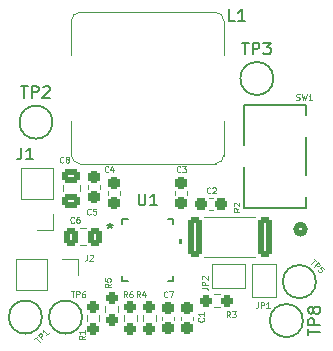
<source format=gto>
%TF.GenerationSoftware,KiCad,Pcbnew,7.0.5-0*%
%TF.CreationDate,2024-02-02T21:32:53-05:00*%
%TF.ProjectId,Cutdown_Test,43757464-6f77-46e5-9f54-6573742e6b69,rev?*%
%TF.SameCoordinates,Original*%
%TF.FileFunction,Legend,Top*%
%TF.FilePolarity,Positive*%
%FSLAX46Y46*%
G04 Gerber Fmt 4.6, Leading zero omitted, Abs format (unit mm)*
G04 Created by KiCad (PCBNEW 7.0.5-0) date 2024-02-02 21:32:53*
%MOMM*%
%LPD*%
G01*
G04 APERTURE LIST*
G04 Aperture macros list*
%AMRoundRect*
0 Rectangle with rounded corners*
0 $1 Rounding radius*
0 $2 $3 $4 $5 $6 $7 $8 $9 X,Y pos of 4 corners*
0 Add a 4 corners polygon primitive as box body*
4,1,4,$2,$3,$4,$5,$6,$7,$8,$9,$2,$3,0*
0 Add four circle primitives for the rounded corners*
1,1,$1+$1,$2,$3*
1,1,$1+$1,$4,$5*
1,1,$1+$1,$6,$7*
1,1,$1+$1,$8,$9*
0 Add four rect primitives between the rounded corners*
20,1,$1+$1,$2,$3,$4,$5,0*
20,1,$1+$1,$4,$5,$6,$7,0*
20,1,$1+$1,$6,$7,$8,$9,0*
20,1,$1+$1,$8,$9,$2,$3,0*%
%AMFreePoly0*
4,1,6,1.000000,0.000000,0.500000,-0.750000,-0.500000,-0.750000,-0.500000,0.750000,0.500000,0.750000,1.000000,0.000000,1.000000,0.000000,$1*%
%AMFreePoly1*
4,1,6,0.500000,-0.750000,-0.650000,-0.750000,-0.150000,0.000000,-0.650000,0.750000,0.500000,0.750000,0.500000,-0.750000,0.500000,-0.750000,$1*%
G04 Aperture macros list end*
%ADD10C,0.125000*%
%ADD11C,0.150000*%
%ADD12C,0.120000*%
%ADD13C,0.152400*%
%ADD14C,0.508000*%
%ADD15RoundRect,0.237500X-0.237500X0.300000X-0.237500X-0.300000X0.237500X-0.300000X0.237500X0.300000X0*%
%ADD16RoundRect,0.237500X-0.250000X-0.237500X0.250000X-0.237500X0.250000X0.237500X-0.250000X0.237500X0*%
%ADD17C,2.200000*%
%ADD18C,2.000000*%
%ADD19RoundRect,0.237500X0.237500X-0.300000X0.237500X0.300000X-0.237500X0.300000X-0.237500X-0.300000X0*%
%ADD20R,0.699999X0.230000*%
%ADD21R,0.230000X0.699999*%
%ADD22C,0.900000*%
%ADD23R,2.650000X3.650001*%
%ADD24RoundRect,0.250000X0.362500X1.425000X-0.362500X1.425000X-0.362500X-1.425000X0.362500X-1.425000X0*%
%ADD25RoundRect,0.250000X0.475000X-0.337500X0.475000X0.337500X-0.475000X0.337500X-0.475000X-0.337500X0*%
%ADD26RoundRect,0.250000X0.337500X0.475000X-0.337500X0.475000X-0.337500X-0.475000X0.337500X-0.475000X0*%
%ADD27R,1.700000X1.700000*%
%ADD28O,1.700000X1.700000*%
%ADD29RoundRect,0.237500X-0.237500X0.250000X-0.237500X-0.250000X0.237500X-0.250000X0.237500X0.250000X0*%
%ADD30RoundRect,0.237500X-0.300000X-0.237500X0.300000X-0.237500X0.300000X0.237500X-0.300000X0.237500X0*%
%ADD31C,0.889000*%
%ADD32R,1.397000X1.193800*%
%ADD33FreePoly0,90.000000*%
%ADD34FreePoly1,90.000000*%
%ADD35FreePoly0,0.000000*%
%ADD36FreePoly1,0.000000*%
%ADD37R,3.100000X5.000000*%
G04 APERTURE END LIST*
D10*
%TO.C,C1*%
X140477190Y-113583333D02*
X140501000Y-113607142D01*
X140501000Y-113607142D02*
X140524809Y-113678571D01*
X140524809Y-113678571D02*
X140524809Y-113726190D01*
X140524809Y-113726190D02*
X140501000Y-113797618D01*
X140501000Y-113797618D02*
X140453380Y-113845237D01*
X140453380Y-113845237D02*
X140405761Y-113869047D01*
X140405761Y-113869047D02*
X140310523Y-113892856D01*
X140310523Y-113892856D02*
X140239095Y-113892856D01*
X140239095Y-113892856D02*
X140143857Y-113869047D01*
X140143857Y-113869047D02*
X140096238Y-113845237D01*
X140096238Y-113845237D02*
X140048619Y-113797618D01*
X140048619Y-113797618D02*
X140024809Y-113726190D01*
X140024809Y-113726190D02*
X140024809Y-113678571D01*
X140024809Y-113678571D02*
X140048619Y-113607142D01*
X140048619Y-113607142D02*
X140072428Y-113583333D01*
X140524809Y-113107142D02*
X140524809Y-113392856D01*
X140524809Y-113249999D02*
X140024809Y-113249999D01*
X140024809Y-113249999D02*
X140096238Y-113297618D01*
X140096238Y-113297618D02*
X140143857Y-113345237D01*
X140143857Y-113345237D02*
X140167666Y-113392856D01*
%TO.C,R3*%
X142716666Y-113524809D02*
X142550000Y-113286714D01*
X142430952Y-113524809D02*
X142430952Y-113024809D01*
X142430952Y-113024809D02*
X142621428Y-113024809D01*
X142621428Y-113024809D02*
X142669047Y-113048619D01*
X142669047Y-113048619D02*
X142692857Y-113072428D01*
X142692857Y-113072428D02*
X142716666Y-113120047D01*
X142716666Y-113120047D02*
X142716666Y-113191476D01*
X142716666Y-113191476D02*
X142692857Y-113239095D01*
X142692857Y-113239095D02*
X142669047Y-113262904D01*
X142669047Y-113262904D02*
X142621428Y-113286714D01*
X142621428Y-113286714D02*
X142430952Y-113286714D01*
X142883333Y-113024809D02*
X143192857Y-113024809D01*
X143192857Y-113024809D02*
X143026190Y-113215285D01*
X143026190Y-113215285D02*
X143097619Y-113215285D01*
X143097619Y-113215285D02*
X143145238Y-113239095D01*
X143145238Y-113239095D02*
X143169047Y-113262904D01*
X143169047Y-113262904D02*
X143192857Y-113310523D01*
X143192857Y-113310523D02*
X143192857Y-113429571D01*
X143192857Y-113429571D02*
X143169047Y-113477190D01*
X143169047Y-113477190D02*
X143145238Y-113501000D01*
X143145238Y-113501000D02*
X143097619Y-113524809D01*
X143097619Y-113524809D02*
X142954762Y-113524809D01*
X142954762Y-113524809D02*
X142907143Y-113501000D01*
X142907143Y-113501000D02*
X142883333Y-113477190D01*
D11*
%TO.C,TP8*%
X149354819Y-115061904D02*
X149354819Y-114490476D01*
X150354819Y-114776190D02*
X149354819Y-114776190D01*
X150354819Y-114157142D02*
X149354819Y-114157142D01*
X149354819Y-114157142D02*
X149354819Y-113776190D01*
X149354819Y-113776190D02*
X149402438Y-113680952D01*
X149402438Y-113680952D02*
X149450057Y-113633333D01*
X149450057Y-113633333D02*
X149545295Y-113585714D01*
X149545295Y-113585714D02*
X149688152Y-113585714D01*
X149688152Y-113585714D02*
X149783390Y-113633333D01*
X149783390Y-113633333D02*
X149831009Y-113680952D01*
X149831009Y-113680952D02*
X149878628Y-113776190D01*
X149878628Y-113776190D02*
X149878628Y-114157142D01*
X149783390Y-113014285D02*
X149735771Y-113109523D01*
X149735771Y-113109523D02*
X149688152Y-113157142D01*
X149688152Y-113157142D02*
X149592914Y-113204761D01*
X149592914Y-113204761D02*
X149545295Y-113204761D01*
X149545295Y-113204761D02*
X149450057Y-113157142D01*
X149450057Y-113157142D02*
X149402438Y-113109523D01*
X149402438Y-113109523D02*
X149354819Y-113014285D01*
X149354819Y-113014285D02*
X149354819Y-112823809D01*
X149354819Y-112823809D02*
X149402438Y-112728571D01*
X149402438Y-112728571D02*
X149450057Y-112680952D01*
X149450057Y-112680952D02*
X149545295Y-112633333D01*
X149545295Y-112633333D02*
X149592914Y-112633333D01*
X149592914Y-112633333D02*
X149688152Y-112680952D01*
X149688152Y-112680952D02*
X149735771Y-112728571D01*
X149735771Y-112728571D02*
X149783390Y-112823809D01*
X149783390Y-112823809D02*
X149783390Y-113014285D01*
X149783390Y-113014285D02*
X149831009Y-113109523D01*
X149831009Y-113109523D02*
X149878628Y-113157142D01*
X149878628Y-113157142D02*
X149973866Y-113204761D01*
X149973866Y-113204761D02*
X150164342Y-113204761D01*
X150164342Y-113204761D02*
X150259580Y-113157142D01*
X150259580Y-113157142D02*
X150307200Y-113109523D01*
X150307200Y-113109523D02*
X150354819Y-113014285D01*
X150354819Y-113014285D02*
X150354819Y-112823809D01*
X150354819Y-112823809D02*
X150307200Y-112728571D01*
X150307200Y-112728571D02*
X150259580Y-112680952D01*
X150259580Y-112680952D02*
X150164342Y-112633333D01*
X150164342Y-112633333D02*
X149973866Y-112633333D01*
X149973866Y-112633333D02*
X149878628Y-112680952D01*
X149878628Y-112680952D02*
X149831009Y-112728571D01*
X149831009Y-112728571D02*
X149783390Y-112823809D01*
D10*
%TO.C,C4*%
X132416666Y-101177190D02*
X132392857Y-101201000D01*
X132392857Y-101201000D02*
X132321428Y-101224809D01*
X132321428Y-101224809D02*
X132273809Y-101224809D01*
X132273809Y-101224809D02*
X132202381Y-101201000D01*
X132202381Y-101201000D02*
X132154762Y-101153380D01*
X132154762Y-101153380D02*
X132130952Y-101105761D01*
X132130952Y-101105761D02*
X132107143Y-101010523D01*
X132107143Y-101010523D02*
X132107143Y-100939095D01*
X132107143Y-100939095D02*
X132130952Y-100843857D01*
X132130952Y-100843857D02*
X132154762Y-100796238D01*
X132154762Y-100796238D02*
X132202381Y-100748619D01*
X132202381Y-100748619D02*
X132273809Y-100724809D01*
X132273809Y-100724809D02*
X132321428Y-100724809D01*
X132321428Y-100724809D02*
X132392857Y-100748619D01*
X132392857Y-100748619D02*
X132416666Y-100772428D01*
X132845238Y-100891476D02*
X132845238Y-101224809D01*
X132726190Y-100701000D02*
X132607143Y-101058142D01*
X132607143Y-101058142D02*
X132916666Y-101058142D01*
D11*
%TO.C,U1*%
X134988095Y-103054819D02*
X134988095Y-103864342D01*
X134988095Y-103864342D02*
X135035714Y-103959580D01*
X135035714Y-103959580D02*
X135083333Y-104007200D01*
X135083333Y-104007200D02*
X135178571Y-104054819D01*
X135178571Y-104054819D02*
X135369047Y-104054819D01*
X135369047Y-104054819D02*
X135464285Y-104007200D01*
X135464285Y-104007200D02*
X135511904Y-103959580D01*
X135511904Y-103959580D02*
X135559523Y-103864342D01*
X135559523Y-103864342D02*
X135559523Y-103054819D01*
X136559523Y-104054819D02*
X135988095Y-104054819D01*
X136273809Y-104054819D02*
X136273809Y-103054819D01*
X136273809Y-103054819D02*
X136178571Y-103197676D01*
X136178571Y-103197676D02*
X136083333Y-103292914D01*
X136083333Y-103292914D02*
X135988095Y-103340533D01*
X132562601Y-105554819D02*
X132562601Y-105792914D01*
X132324506Y-105697676D02*
X132562601Y-105792914D01*
X132562601Y-105792914D02*
X132800696Y-105697676D01*
X132419744Y-105983390D02*
X132562601Y-105792914D01*
X132562601Y-105792914D02*
X132705458Y-105983390D01*
X132562601Y-105554819D02*
X132562601Y-105792914D01*
X132324506Y-105697676D02*
X132562601Y-105792914D01*
X132562601Y-105792914D02*
X132800696Y-105697676D01*
X132419744Y-105983390D02*
X132562601Y-105792914D01*
X132562601Y-105792914D02*
X132705458Y-105983390D01*
D10*
%TO.C,R2*%
X143524809Y-104283333D02*
X143286714Y-104449999D01*
X143524809Y-104569047D02*
X143024809Y-104569047D01*
X143024809Y-104569047D02*
X143024809Y-104378571D01*
X143024809Y-104378571D02*
X143048619Y-104330952D01*
X143048619Y-104330952D02*
X143072428Y-104307142D01*
X143072428Y-104307142D02*
X143120047Y-104283333D01*
X143120047Y-104283333D02*
X143191476Y-104283333D01*
X143191476Y-104283333D02*
X143239095Y-104307142D01*
X143239095Y-104307142D02*
X143262904Y-104330952D01*
X143262904Y-104330952D02*
X143286714Y-104378571D01*
X143286714Y-104378571D02*
X143286714Y-104569047D01*
X143072428Y-104092856D02*
X143048619Y-104069047D01*
X143048619Y-104069047D02*
X143024809Y-104021428D01*
X143024809Y-104021428D02*
X143024809Y-103902380D01*
X143024809Y-103902380D02*
X143048619Y-103854761D01*
X143048619Y-103854761D02*
X143072428Y-103830952D01*
X143072428Y-103830952D02*
X143120047Y-103807142D01*
X143120047Y-103807142D02*
X143167666Y-103807142D01*
X143167666Y-103807142D02*
X143239095Y-103830952D01*
X143239095Y-103830952D02*
X143524809Y-104116666D01*
X143524809Y-104116666D02*
X143524809Y-103807142D01*
%TO.C,C8*%
X128616666Y-100377190D02*
X128592857Y-100401000D01*
X128592857Y-100401000D02*
X128521428Y-100424809D01*
X128521428Y-100424809D02*
X128473809Y-100424809D01*
X128473809Y-100424809D02*
X128402381Y-100401000D01*
X128402381Y-100401000D02*
X128354762Y-100353380D01*
X128354762Y-100353380D02*
X128330952Y-100305761D01*
X128330952Y-100305761D02*
X128307143Y-100210523D01*
X128307143Y-100210523D02*
X128307143Y-100139095D01*
X128307143Y-100139095D02*
X128330952Y-100043857D01*
X128330952Y-100043857D02*
X128354762Y-99996238D01*
X128354762Y-99996238D02*
X128402381Y-99948619D01*
X128402381Y-99948619D02*
X128473809Y-99924809D01*
X128473809Y-99924809D02*
X128521428Y-99924809D01*
X128521428Y-99924809D02*
X128592857Y-99948619D01*
X128592857Y-99948619D02*
X128616666Y-99972428D01*
X128902381Y-100139095D02*
X128854762Y-100115285D01*
X128854762Y-100115285D02*
X128830952Y-100091476D01*
X128830952Y-100091476D02*
X128807143Y-100043857D01*
X128807143Y-100043857D02*
X128807143Y-100020047D01*
X128807143Y-100020047D02*
X128830952Y-99972428D01*
X128830952Y-99972428D02*
X128854762Y-99948619D01*
X128854762Y-99948619D02*
X128902381Y-99924809D01*
X128902381Y-99924809D02*
X128997619Y-99924809D01*
X128997619Y-99924809D02*
X129045238Y-99948619D01*
X129045238Y-99948619D02*
X129069047Y-99972428D01*
X129069047Y-99972428D02*
X129092857Y-100020047D01*
X129092857Y-100020047D02*
X129092857Y-100043857D01*
X129092857Y-100043857D02*
X129069047Y-100091476D01*
X129069047Y-100091476D02*
X129045238Y-100115285D01*
X129045238Y-100115285D02*
X128997619Y-100139095D01*
X128997619Y-100139095D02*
X128902381Y-100139095D01*
X128902381Y-100139095D02*
X128854762Y-100162904D01*
X128854762Y-100162904D02*
X128830952Y-100186714D01*
X128830952Y-100186714D02*
X128807143Y-100234333D01*
X128807143Y-100234333D02*
X128807143Y-100329571D01*
X128807143Y-100329571D02*
X128830952Y-100377190D01*
X128830952Y-100377190D02*
X128854762Y-100401000D01*
X128854762Y-100401000D02*
X128902381Y-100424809D01*
X128902381Y-100424809D02*
X128997619Y-100424809D01*
X128997619Y-100424809D02*
X129045238Y-100401000D01*
X129045238Y-100401000D02*
X129069047Y-100377190D01*
X129069047Y-100377190D02*
X129092857Y-100329571D01*
X129092857Y-100329571D02*
X129092857Y-100234333D01*
X129092857Y-100234333D02*
X129069047Y-100186714D01*
X129069047Y-100186714D02*
X129045238Y-100162904D01*
X129045238Y-100162904D02*
X128997619Y-100139095D01*
%TO.C,C6*%
X129516666Y-105477190D02*
X129492857Y-105501000D01*
X129492857Y-105501000D02*
X129421428Y-105524809D01*
X129421428Y-105524809D02*
X129373809Y-105524809D01*
X129373809Y-105524809D02*
X129302381Y-105501000D01*
X129302381Y-105501000D02*
X129254762Y-105453380D01*
X129254762Y-105453380D02*
X129230952Y-105405761D01*
X129230952Y-105405761D02*
X129207143Y-105310523D01*
X129207143Y-105310523D02*
X129207143Y-105239095D01*
X129207143Y-105239095D02*
X129230952Y-105143857D01*
X129230952Y-105143857D02*
X129254762Y-105096238D01*
X129254762Y-105096238D02*
X129302381Y-105048619D01*
X129302381Y-105048619D02*
X129373809Y-105024809D01*
X129373809Y-105024809D02*
X129421428Y-105024809D01*
X129421428Y-105024809D02*
X129492857Y-105048619D01*
X129492857Y-105048619D02*
X129516666Y-105072428D01*
X129945238Y-105024809D02*
X129850000Y-105024809D01*
X129850000Y-105024809D02*
X129802381Y-105048619D01*
X129802381Y-105048619D02*
X129778571Y-105072428D01*
X129778571Y-105072428D02*
X129730952Y-105143857D01*
X129730952Y-105143857D02*
X129707143Y-105239095D01*
X129707143Y-105239095D02*
X129707143Y-105429571D01*
X129707143Y-105429571D02*
X129730952Y-105477190D01*
X129730952Y-105477190D02*
X129754762Y-105501000D01*
X129754762Y-105501000D02*
X129802381Y-105524809D01*
X129802381Y-105524809D02*
X129897619Y-105524809D01*
X129897619Y-105524809D02*
X129945238Y-105501000D01*
X129945238Y-105501000D02*
X129969047Y-105477190D01*
X129969047Y-105477190D02*
X129992857Y-105429571D01*
X129992857Y-105429571D02*
X129992857Y-105310523D01*
X129992857Y-105310523D02*
X129969047Y-105262904D01*
X129969047Y-105262904D02*
X129945238Y-105239095D01*
X129945238Y-105239095D02*
X129897619Y-105215285D01*
X129897619Y-105215285D02*
X129802381Y-105215285D01*
X129802381Y-105215285D02*
X129754762Y-105239095D01*
X129754762Y-105239095D02*
X129730952Y-105262904D01*
X129730952Y-105262904D02*
X129707143Y-105310523D01*
%TO.C,J2*%
X130633333Y-108224809D02*
X130633333Y-108581952D01*
X130633333Y-108581952D02*
X130609524Y-108653380D01*
X130609524Y-108653380D02*
X130561905Y-108701000D01*
X130561905Y-108701000D02*
X130490476Y-108724809D01*
X130490476Y-108724809D02*
X130442857Y-108724809D01*
X130847619Y-108272428D02*
X130871428Y-108248619D01*
X130871428Y-108248619D02*
X130919047Y-108224809D01*
X130919047Y-108224809D02*
X131038095Y-108224809D01*
X131038095Y-108224809D02*
X131085714Y-108248619D01*
X131085714Y-108248619D02*
X131109523Y-108272428D01*
X131109523Y-108272428D02*
X131133333Y-108320047D01*
X131133333Y-108320047D02*
X131133333Y-108367666D01*
X131133333Y-108367666D02*
X131109523Y-108439095D01*
X131109523Y-108439095D02*
X130823809Y-108724809D01*
X130823809Y-108724809D02*
X131133333Y-108724809D01*
%TO.C,C3*%
X138516666Y-101177190D02*
X138492857Y-101201000D01*
X138492857Y-101201000D02*
X138421428Y-101224809D01*
X138421428Y-101224809D02*
X138373809Y-101224809D01*
X138373809Y-101224809D02*
X138302381Y-101201000D01*
X138302381Y-101201000D02*
X138254762Y-101153380D01*
X138254762Y-101153380D02*
X138230952Y-101105761D01*
X138230952Y-101105761D02*
X138207143Y-101010523D01*
X138207143Y-101010523D02*
X138207143Y-100939095D01*
X138207143Y-100939095D02*
X138230952Y-100843857D01*
X138230952Y-100843857D02*
X138254762Y-100796238D01*
X138254762Y-100796238D02*
X138302381Y-100748619D01*
X138302381Y-100748619D02*
X138373809Y-100724809D01*
X138373809Y-100724809D02*
X138421428Y-100724809D01*
X138421428Y-100724809D02*
X138492857Y-100748619D01*
X138492857Y-100748619D02*
X138516666Y-100772428D01*
X138683333Y-100724809D02*
X138992857Y-100724809D01*
X138992857Y-100724809D02*
X138826190Y-100915285D01*
X138826190Y-100915285D02*
X138897619Y-100915285D01*
X138897619Y-100915285D02*
X138945238Y-100939095D01*
X138945238Y-100939095D02*
X138969047Y-100962904D01*
X138969047Y-100962904D02*
X138992857Y-101010523D01*
X138992857Y-101010523D02*
X138992857Y-101129571D01*
X138992857Y-101129571D02*
X138969047Y-101177190D01*
X138969047Y-101177190D02*
X138945238Y-101201000D01*
X138945238Y-101201000D02*
X138897619Y-101224809D01*
X138897619Y-101224809D02*
X138754762Y-101224809D01*
X138754762Y-101224809D02*
X138707143Y-101201000D01*
X138707143Y-101201000D02*
X138683333Y-101177190D01*
%TO.C,TP6*%
X129269048Y-111324809D02*
X129554762Y-111324809D01*
X129411905Y-111824809D02*
X129411905Y-111324809D01*
X129721428Y-111824809D02*
X129721428Y-111324809D01*
X129721428Y-111324809D02*
X129911904Y-111324809D01*
X129911904Y-111324809D02*
X129959523Y-111348619D01*
X129959523Y-111348619D02*
X129983333Y-111372428D01*
X129983333Y-111372428D02*
X130007142Y-111420047D01*
X130007142Y-111420047D02*
X130007142Y-111491476D01*
X130007142Y-111491476D02*
X129983333Y-111539095D01*
X129983333Y-111539095D02*
X129959523Y-111562904D01*
X129959523Y-111562904D02*
X129911904Y-111586714D01*
X129911904Y-111586714D02*
X129721428Y-111586714D01*
X130435714Y-111324809D02*
X130340476Y-111324809D01*
X130340476Y-111324809D02*
X130292857Y-111348619D01*
X130292857Y-111348619D02*
X130269047Y-111372428D01*
X130269047Y-111372428D02*
X130221428Y-111443857D01*
X130221428Y-111443857D02*
X130197619Y-111539095D01*
X130197619Y-111539095D02*
X130197619Y-111729571D01*
X130197619Y-111729571D02*
X130221428Y-111777190D01*
X130221428Y-111777190D02*
X130245238Y-111801000D01*
X130245238Y-111801000D02*
X130292857Y-111824809D01*
X130292857Y-111824809D02*
X130388095Y-111824809D01*
X130388095Y-111824809D02*
X130435714Y-111801000D01*
X130435714Y-111801000D02*
X130459523Y-111777190D01*
X130459523Y-111777190D02*
X130483333Y-111729571D01*
X130483333Y-111729571D02*
X130483333Y-111610523D01*
X130483333Y-111610523D02*
X130459523Y-111562904D01*
X130459523Y-111562904D02*
X130435714Y-111539095D01*
X130435714Y-111539095D02*
X130388095Y-111515285D01*
X130388095Y-111515285D02*
X130292857Y-111515285D01*
X130292857Y-111515285D02*
X130245238Y-111539095D01*
X130245238Y-111539095D02*
X130221428Y-111562904D01*
X130221428Y-111562904D02*
X130197619Y-111610523D01*
%TO.C,C7*%
X137416666Y-111777190D02*
X137392857Y-111801000D01*
X137392857Y-111801000D02*
X137321428Y-111824809D01*
X137321428Y-111824809D02*
X137273809Y-111824809D01*
X137273809Y-111824809D02*
X137202381Y-111801000D01*
X137202381Y-111801000D02*
X137154762Y-111753380D01*
X137154762Y-111753380D02*
X137130952Y-111705761D01*
X137130952Y-111705761D02*
X137107143Y-111610523D01*
X137107143Y-111610523D02*
X137107143Y-111539095D01*
X137107143Y-111539095D02*
X137130952Y-111443857D01*
X137130952Y-111443857D02*
X137154762Y-111396238D01*
X137154762Y-111396238D02*
X137202381Y-111348619D01*
X137202381Y-111348619D02*
X137273809Y-111324809D01*
X137273809Y-111324809D02*
X137321428Y-111324809D01*
X137321428Y-111324809D02*
X137392857Y-111348619D01*
X137392857Y-111348619D02*
X137416666Y-111372428D01*
X137583333Y-111324809D02*
X137916666Y-111324809D01*
X137916666Y-111324809D02*
X137702381Y-111824809D01*
%TO.C,R5*%
X132624809Y-110683333D02*
X132386714Y-110849999D01*
X132624809Y-110969047D02*
X132124809Y-110969047D01*
X132124809Y-110969047D02*
X132124809Y-110778571D01*
X132124809Y-110778571D02*
X132148619Y-110730952D01*
X132148619Y-110730952D02*
X132172428Y-110707142D01*
X132172428Y-110707142D02*
X132220047Y-110683333D01*
X132220047Y-110683333D02*
X132291476Y-110683333D01*
X132291476Y-110683333D02*
X132339095Y-110707142D01*
X132339095Y-110707142D02*
X132362904Y-110730952D01*
X132362904Y-110730952D02*
X132386714Y-110778571D01*
X132386714Y-110778571D02*
X132386714Y-110969047D01*
X132124809Y-110230952D02*
X132124809Y-110469047D01*
X132124809Y-110469047D02*
X132362904Y-110492856D01*
X132362904Y-110492856D02*
X132339095Y-110469047D01*
X132339095Y-110469047D02*
X132315285Y-110421428D01*
X132315285Y-110421428D02*
X132315285Y-110302380D01*
X132315285Y-110302380D02*
X132339095Y-110254761D01*
X132339095Y-110254761D02*
X132362904Y-110230952D01*
X132362904Y-110230952D02*
X132410523Y-110207142D01*
X132410523Y-110207142D02*
X132529571Y-110207142D01*
X132529571Y-110207142D02*
X132577190Y-110230952D01*
X132577190Y-110230952D02*
X132601000Y-110254761D01*
X132601000Y-110254761D02*
X132624809Y-110302380D01*
X132624809Y-110302380D02*
X132624809Y-110421428D01*
X132624809Y-110421428D02*
X132601000Y-110469047D01*
X132601000Y-110469047D02*
X132577190Y-110492856D01*
%TO.C,C5*%
X130916666Y-104777190D02*
X130892857Y-104801000D01*
X130892857Y-104801000D02*
X130821428Y-104824809D01*
X130821428Y-104824809D02*
X130773809Y-104824809D01*
X130773809Y-104824809D02*
X130702381Y-104801000D01*
X130702381Y-104801000D02*
X130654762Y-104753380D01*
X130654762Y-104753380D02*
X130630952Y-104705761D01*
X130630952Y-104705761D02*
X130607143Y-104610523D01*
X130607143Y-104610523D02*
X130607143Y-104539095D01*
X130607143Y-104539095D02*
X130630952Y-104443857D01*
X130630952Y-104443857D02*
X130654762Y-104396238D01*
X130654762Y-104396238D02*
X130702381Y-104348619D01*
X130702381Y-104348619D02*
X130773809Y-104324809D01*
X130773809Y-104324809D02*
X130821428Y-104324809D01*
X130821428Y-104324809D02*
X130892857Y-104348619D01*
X130892857Y-104348619D02*
X130916666Y-104372428D01*
X131369047Y-104324809D02*
X131130952Y-104324809D01*
X131130952Y-104324809D02*
X131107143Y-104562904D01*
X131107143Y-104562904D02*
X131130952Y-104539095D01*
X131130952Y-104539095D02*
X131178571Y-104515285D01*
X131178571Y-104515285D02*
X131297619Y-104515285D01*
X131297619Y-104515285D02*
X131345238Y-104539095D01*
X131345238Y-104539095D02*
X131369047Y-104562904D01*
X131369047Y-104562904D02*
X131392857Y-104610523D01*
X131392857Y-104610523D02*
X131392857Y-104729571D01*
X131392857Y-104729571D02*
X131369047Y-104777190D01*
X131369047Y-104777190D02*
X131345238Y-104801000D01*
X131345238Y-104801000D02*
X131297619Y-104824809D01*
X131297619Y-104824809D02*
X131178571Y-104824809D01*
X131178571Y-104824809D02*
X131130952Y-104801000D01*
X131130952Y-104801000D02*
X131107143Y-104777190D01*
%TO.C,R1*%
X130424809Y-115083333D02*
X130186714Y-115249999D01*
X130424809Y-115369047D02*
X129924809Y-115369047D01*
X129924809Y-115369047D02*
X129924809Y-115178571D01*
X129924809Y-115178571D02*
X129948619Y-115130952D01*
X129948619Y-115130952D02*
X129972428Y-115107142D01*
X129972428Y-115107142D02*
X130020047Y-115083333D01*
X130020047Y-115083333D02*
X130091476Y-115083333D01*
X130091476Y-115083333D02*
X130139095Y-115107142D01*
X130139095Y-115107142D02*
X130162904Y-115130952D01*
X130162904Y-115130952D02*
X130186714Y-115178571D01*
X130186714Y-115178571D02*
X130186714Y-115369047D01*
X130424809Y-114607142D02*
X130424809Y-114892856D01*
X130424809Y-114749999D02*
X129924809Y-114749999D01*
X129924809Y-114749999D02*
X129996238Y-114797618D01*
X129996238Y-114797618D02*
X130043857Y-114845237D01*
X130043857Y-114845237D02*
X130067666Y-114892856D01*
%TO.C,C2*%
X141054166Y-102977190D02*
X141030357Y-103001000D01*
X141030357Y-103001000D02*
X140958928Y-103024809D01*
X140958928Y-103024809D02*
X140911309Y-103024809D01*
X140911309Y-103024809D02*
X140839881Y-103001000D01*
X140839881Y-103001000D02*
X140792262Y-102953380D01*
X140792262Y-102953380D02*
X140768452Y-102905761D01*
X140768452Y-102905761D02*
X140744643Y-102810523D01*
X140744643Y-102810523D02*
X140744643Y-102739095D01*
X140744643Y-102739095D02*
X140768452Y-102643857D01*
X140768452Y-102643857D02*
X140792262Y-102596238D01*
X140792262Y-102596238D02*
X140839881Y-102548619D01*
X140839881Y-102548619D02*
X140911309Y-102524809D01*
X140911309Y-102524809D02*
X140958928Y-102524809D01*
X140958928Y-102524809D02*
X141030357Y-102548619D01*
X141030357Y-102548619D02*
X141054166Y-102572428D01*
X141244643Y-102572428D02*
X141268452Y-102548619D01*
X141268452Y-102548619D02*
X141316071Y-102524809D01*
X141316071Y-102524809D02*
X141435119Y-102524809D01*
X141435119Y-102524809D02*
X141482738Y-102548619D01*
X141482738Y-102548619D02*
X141506547Y-102572428D01*
X141506547Y-102572428D02*
X141530357Y-102620047D01*
X141530357Y-102620047D02*
X141530357Y-102667666D01*
X141530357Y-102667666D02*
X141506547Y-102739095D01*
X141506547Y-102739095D02*
X141220833Y-103024809D01*
X141220833Y-103024809D02*
X141530357Y-103024809D01*
%TO.C,R6*%
X134016666Y-111824809D02*
X133850000Y-111586714D01*
X133730952Y-111824809D02*
X133730952Y-111324809D01*
X133730952Y-111324809D02*
X133921428Y-111324809D01*
X133921428Y-111324809D02*
X133969047Y-111348619D01*
X133969047Y-111348619D02*
X133992857Y-111372428D01*
X133992857Y-111372428D02*
X134016666Y-111420047D01*
X134016666Y-111420047D02*
X134016666Y-111491476D01*
X134016666Y-111491476D02*
X133992857Y-111539095D01*
X133992857Y-111539095D02*
X133969047Y-111562904D01*
X133969047Y-111562904D02*
X133921428Y-111586714D01*
X133921428Y-111586714D02*
X133730952Y-111586714D01*
X134445238Y-111324809D02*
X134350000Y-111324809D01*
X134350000Y-111324809D02*
X134302381Y-111348619D01*
X134302381Y-111348619D02*
X134278571Y-111372428D01*
X134278571Y-111372428D02*
X134230952Y-111443857D01*
X134230952Y-111443857D02*
X134207143Y-111539095D01*
X134207143Y-111539095D02*
X134207143Y-111729571D01*
X134207143Y-111729571D02*
X134230952Y-111777190D01*
X134230952Y-111777190D02*
X134254762Y-111801000D01*
X134254762Y-111801000D02*
X134302381Y-111824809D01*
X134302381Y-111824809D02*
X134397619Y-111824809D01*
X134397619Y-111824809D02*
X134445238Y-111801000D01*
X134445238Y-111801000D02*
X134469047Y-111777190D01*
X134469047Y-111777190D02*
X134492857Y-111729571D01*
X134492857Y-111729571D02*
X134492857Y-111610523D01*
X134492857Y-111610523D02*
X134469047Y-111562904D01*
X134469047Y-111562904D02*
X134445238Y-111539095D01*
X134445238Y-111539095D02*
X134397619Y-111515285D01*
X134397619Y-111515285D02*
X134302381Y-111515285D01*
X134302381Y-111515285D02*
X134254762Y-111539095D01*
X134254762Y-111539095D02*
X134230952Y-111562904D01*
X134230952Y-111562904D02*
X134207143Y-111610523D01*
%TO.C,SW1*%
X148333334Y-95101000D02*
X148404762Y-95124809D01*
X148404762Y-95124809D02*
X148523810Y-95124809D01*
X148523810Y-95124809D02*
X148571429Y-95101000D01*
X148571429Y-95101000D02*
X148595238Y-95077190D01*
X148595238Y-95077190D02*
X148619048Y-95029571D01*
X148619048Y-95029571D02*
X148619048Y-94981952D01*
X148619048Y-94981952D02*
X148595238Y-94934333D01*
X148595238Y-94934333D02*
X148571429Y-94910523D01*
X148571429Y-94910523D02*
X148523810Y-94886714D01*
X148523810Y-94886714D02*
X148428572Y-94862904D01*
X148428572Y-94862904D02*
X148380953Y-94839095D01*
X148380953Y-94839095D02*
X148357143Y-94815285D01*
X148357143Y-94815285D02*
X148333334Y-94767666D01*
X148333334Y-94767666D02*
X148333334Y-94720047D01*
X148333334Y-94720047D02*
X148357143Y-94672428D01*
X148357143Y-94672428D02*
X148380953Y-94648619D01*
X148380953Y-94648619D02*
X148428572Y-94624809D01*
X148428572Y-94624809D02*
X148547619Y-94624809D01*
X148547619Y-94624809D02*
X148619048Y-94648619D01*
X148785714Y-94624809D02*
X148904762Y-95124809D01*
X148904762Y-95124809D02*
X149000000Y-94767666D01*
X149000000Y-94767666D02*
X149095238Y-95124809D01*
X149095238Y-95124809D02*
X149214286Y-94624809D01*
X149666667Y-95124809D02*
X149380953Y-95124809D01*
X149523810Y-95124809D02*
X149523810Y-94624809D01*
X149523810Y-94624809D02*
X149476191Y-94696238D01*
X149476191Y-94696238D02*
X149428572Y-94743857D01*
X149428572Y-94743857D02*
X149380953Y-94767666D01*
%TO.C,JP1*%
X145083333Y-112224809D02*
X145083333Y-112581952D01*
X145083333Y-112581952D02*
X145059524Y-112653380D01*
X145059524Y-112653380D02*
X145011905Y-112701000D01*
X145011905Y-112701000D02*
X144940476Y-112724809D01*
X144940476Y-112724809D02*
X144892857Y-112724809D01*
X145321428Y-112724809D02*
X145321428Y-112224809D01*
X145321428Y-112224809D02*
X145511904Y-112224809D01*
X145511904Y-112224809D02*
X145559523Y-112248619D01*
X145559523Y-112248619D02*
X145583333Y-112272428D01*
X145583333Y-112272428D02*
X145607142Y-112320047D01*
X145607142Y-112320047D02*
X145607142Y-112391476D01*
X145607142Y-112391476D02*
X145583333Y-112439095D01*
X145583333Y-112439095D02*
X145559523Y-112462904D01*
X145559523Y-112462904D02*
X145511904Y-112486714D01*
X145511904Y-112486714D02*
X145321428Y-112486714D01*
X146083333Y-112724809D02*
X145797619Y-112724809D01*
X145940476Y-112724809D02*
X145940476Y-112224809D01*
X145940476Y-112224809D02*
X145892857Y-112296238D01*
X145892857Y-112296238D02*
X145845238Y-112343857D01*
X145845238Y-112343857D02*
X145797619Y-112367666D01*
%TO.C,TP5*%
X149848438Y-108559260D02*
X150050469Y-108761291D01*
X149595900Y-109013829D02*
X149949453Y-108660275D01*
X149814766Y-109232695D02*
X150168320Y-108879141D01*
X150168320Y-108879141D02*
X150303007Y-109013828D01*
X150303007Y-109013828D02*
X150319842Y-109064336D01*
X150319842Y-109064336D02*
X150319842Y-109098008D01*
X150319842Y-109098008D02*
X150303007Y-109148515D01*
X150303007Y-109148515D02*
X150252499Y-109199023D01*
X150252499Y-109199023D02*
X150201991Y-109215859D01*
X150201991Y-109215859D02*
X150168320Y-109215859D01*
X150168320Y-109215859D02*
X150117812Y-109199023D01*
X150117812Y-109199023D02*
X149983125Y-109064336D01*
X150690232Y-109401054D02*
X150521873Y-109232695D01*
X150521873Y-109232695D02*
X150336678Y-109384218D01*
X150336678Y-109384218D02*
X150370350Y-109384218D01*
X150370350Y-109384218D02*
X150420858Y-109401054D01*
X150420858Y-109401054D02*
X150505037Y-109485233D01*
X150505037Y-109485233D02*
X150521873Y-109535741D01*
X150521873Y-109535741D02*
X150521873Y-109569412D01*
X150521873Y-109569412D02*
X150505037Y-109619920D01*
X150505037Y-109619920D02*
X150420858Y-109704099D01*
X150420858Y-109704099D02*
X150370350Y-109720935D01*
X150370350Y-109720935D02*
X150336678Y-109720935D01*
X150336678Y-109720935D02*
X150286171Y-109704099D01*
X150286171Y-109704099D02*
X150201991Y-109619920D01*
X150201991Y-109619920D02*
X150185155Y-109569412D01*
X150185155Y-109569412D02*
X150185155Y-109535741D01*
%TO.C,JP2*%
X140324809Y-111016666D02*
X140681952Y-111016666D01*
X140681952Y-111016666D02*
X140753380Y-111040475D01*
X140753380Y-111040475D02*
X140801000Y-111088094D01*
X140801000Y-111088094D02*
X140824809Y-111159523D01*
X140824809Y-111159523D02*
X140824809Y-111207142D01*
X140824809Y-110778571D02*
X140324809Y-110778571D01*
X140324809Y-110778571D02*
X140324809Y-110588095D01*
X140324809Y-110588095D02*
X140348619Y-110540476D01*
X140348619Y-110540476D02*
X140372428Y-110516666D01*
X140372428Y-110516666D02*
X140420047Y-110492857D01*
X140420047Y-110492857D02*
X140491476Y-110492857D01*
X140491476Y-110492857D02*
X140539095Y-110516666D01*
X140539095Y-110516666D02*
X140562904Y-110540476D01*
X140562904Y-110540476D02*
X140586714Y-110588095D01*
X140586714Y-110588095D02*
X140586714Y-110778571D01*
X140372428Y-110302380D02*
X140348619Y-110278571D01*
X140348619Y-110278571D02*
X140324809Y-110230952D01*
X140324809Y-110230952D02*
X140324809Y-110111904D01*
X140324809Y-110111904D02*
X140348619Y-110064285D01*
X140348619Y-110064285D02*
X140372428Y-110040476D01*
X140372428Y-110040476D02*
X140420047Y-110016666D01*
X140420047Y-110016666D02*
X140467666Y-110016666D01*
X140467666Y-110016666D02*
X140539095Y-110040476D01*
X140539095Y-110040476D02*
X140824809Y-110326190D01*
X140824809Y-110326190D02*
X140824809Y-110016666D01*
D11*
%TO.C,J1*%
X125066666Y-99154819D02*
X125066666Y-99869104D01*
X125066666Y-99869104D02*
X125019047Y-100011961D01*
X125019047Y-100011961D02*
X124923809Y-100107200D01*
X124923809Y-100107200D02*
X124780952Y-100154819D01*
X124780952Y-100154819D02*
X124685714Y-100154819D01*
X126066666Y-100154819D02*
X125495238Y-100154819D01*
X125780952Y-100154819D02*
X125780952Y-99154819D01*
X125780952Y-99154819D02*
X125685714Y-99297676D01*
X125685714Y-99297676D02*
X125590476Y-99392914D01*
X125590476Y-99392914D02*
X125495238Y-99440533D01*
%TO.C,TP2*%
X125038095Y-93954819D02*
X125609523Y-93954819D01*
X125323809Y-94954819D02*
X125323809Y-93954819D01*
X125942857Y-94954819D02*
X125942857Y-93954819D01*
X125942857Y-93954819D02*
X126323809Y-93954819D01*
X126323809Y-93954819D02*
X126419047Y-94002438D01*
X126419047Y-94002438D02*
X126466666Y-94050057D01*
X126466666Y-94050057D02*
X126514285Y-94145295D01*
X126514285Y-94145295D02*
X126514285Y-94288152D01*
X126514285Y-94288152D02*
X126466666Y-94383390D01*
X126466666Y-94383390D02*
X126419047Y-94431009D01*
X126419047Y-94431009D02*
X126323809Y-94478628D01*
X126323809Y-94478628D02*
X125942857Y-94478628D01*
X126895238Y-94050057D02*
X126942857Y-94002438D01*
X126942857Y-94002438D02*
X127038095Y-93954819D01*
X127038095Y-93954819D02*
X127276190Y-93954819D01*
X127276190Y-93954819D02*
X127371428Y-94002438D01*
X127371428Y-94002438D02*
X127419047Y-94050057D01*
X127419047Y-94050057D02*
X127466666Y-94145295D01*
X127466666Y-94145295D02*
X127466666Y-94240533D01*
X127466666Y-94240533D02*
X127419047Y-94383390D01*
X127419047Y-94383390D02*
X126847619Y-94954819D01*
X126847619Y-94954819D02*
X127466666Y-94954819D01*
%TO.C,TP3*%
X143738095Y-90254819D02*
X144309523Y-90254819D01*
X144023809Y-91254819D02*
X144023809Y-90254819D01*
X144642857Y-91254819D02*
X144642857Y-90254819D01*
X144642857Y-90254819D02*
X145023809Y-90254819D01*
X145023809Y-90254819D02*
X145119047Y-90302438D01*
X145119047Y-90302438D02*
X145166666Y-90350057D01*
X145166666Y-90350057D02*
X145214285Y-90445295D01*
X145214285Y-90445295D02*
X145214285Y-90588152D01*
X145214285Y-90588152D02*
X145166666Y-90683390D01*
X145166666Y-90683390D02*
X145119047Y-90731009D01*
X145119047Y-90731009D02*
X145023809Y-90778628D01*
X145023809Y-90778628D02*
X144642857Y-90778628D01*
X145547619Y-90254819D02*
X146166666Y-90254819D01*
X146166666Y-90254819D02*
X145833333Y-90635771D01*
X145833333Y-90635771D02*
X145976190Y-90635771D01*
X145976190Y-90635771D02*
X146071428Y-90683390D01*
X146071428Y-90683390D02*
X146119047Y-90731009D01*
X146119047Y-90731009D02*
X146166666Y-90826247D01*
X146166666Y-90826247D02*
X146166666Y-91064342D01*
X146166666Y-91064342D02*
X146119047Y-91159580D01*
X146119047Y-91159580D02*
X146071428Y-91207200D01*
X146071428Y-91207200D02*
X145976190Y-91254819D01*
X145976190Y-91254819D02*
X145690476Y-91254819D01*
X145690476Y-91254819D02*
X145595238Y-91207200D01*
X145595238Y-91207200D02*
X145547619Y-91159580D01*
D10*
%TO.C,TP1*%
X126159260Y-115351561D02*
X126361291Y-115149530D01*
X126613829Y-115604099D02*
X126260275Y-115250546D01*
X126832695Y-115385233D02*
X126479141Y-115031679D01*
X126479141Y-115031679D02*
X126613828Y-114896992D01*
X126613828Y-114896992D02*
X126664336Y-114880157D01*
X126664336Y-114880157D02*
X126698008Y-114880157D01*
X126698008Y-114880157D02*
X126748515Y-114896992D01*
X126748515Y-114896992D02*
X126799023Y-114947500D01*
X126799023Y-114947500D02*
X126815859Y-114998008D01*
X126815859Y-114998008D02*
X126815859Y-115031679D01*
X126815859Y-115031679D02*
X126799023Y-115082187D01*
X126799023Y-115082187D02*
X126664336Y-115216874D01*
X127371443Y-114846485D02*
X127169412Y-115048515D01*
X127270428Y-114947500D02*
X126916874Y-114593947D01*
X126916874Y-114593947D02*
X126933710Y-114678126D01*
X126933710Y-114678126D02*
X126933710Y-114745470D01*
X126933710Y-114745470D02*
X126916874Y-114795977D01*
D11*
%TO.C,L1*%
X143133333Y-88454819D02*
X142657143Y-88454819D01*
X142657143Y-88454819D02*
X142657143Y-87454819D01*
X143990476Y-88454819D02*
X143419048Y-88454819D01*
X143704762Y-88454819D02*
X143704762Y-87454819D01*
X143704762Y-87454819D02*
X143609524Y-87597676D01*
X143609524Y-87597676D02*
X143514286Y-87692914D01*
X143514286Y-87692914D02*
X143419048Y-87740533D01*
D10*
%TO.C,R4*%
X135116666Y-111824809D02*
X134950000Y-111586714D01*
X134830952Y-111824809D02*
X134830952Y-111324809D01*
X134830952Y-111324809D02*
X135021428Y-111324809D01*
X135021428Y-111324809D02*
X135069047Y-111348619D01*
X135069047Y-111348619D02*
X135092857Y-111372428D01*
X135092857Y-111372428D02*
X135116666Y-111420047D01*
X135116666Y-111420047D02*
X135116666Y-111491476D01*
X135116666Y-111491476D02*
X135092857Y-111539095D01*
X135092857Y-111539095D02*
X135069047Y-111562904D01*
X135069047Y-111562904D02*
X135021428Y-111586714D01*
X135021428Y-111586714D02*
X134830952Y-111586714D01*
X135545238Y-111491476D02*
X135545238Y-111824809D01*
X135426190Y-111301000D02*
X135307143Y-111658142D01*
X135307143Y-111658142D02*
X135616666Y-111658142D01*
D12*
%TO.C,C1*%
X139610000Y-113453733D02*
X139610000Y-113746267D01*
X138590000Y-113453733D02*
X138590000Y-113746267D01*
%TO.C,R3*%
X141345276Y-111577500D02*
X141854724Y-111577500D01*
X141345276Y-112622500D02*
X141854724Y-112622500D01*
D11*
%TO.C,TP8*%
X148900000Y-113800000D02*
G75*
G03*
X148900000Y-113800000I-1400000J0D01*
G01*
D12*
%TO.C,C4*%
X132390000Y-103146267D02*
X132390000Y-102853733D01*
X133410000Y-103146267D02*
X133410000Y-102853733D01*
D13*
%TO.C,U1*%
X133623000Y-105223000D02*
X133623000Y-105652261D01*
X133623000Y-110047739D02*
X133623000Y-110477000D01*
X133623000Y-110477000D02*
X134052260Y-110477000D01*
X134052260Y-105223000D02*
X133623000Y-105223000D01*
X137447740Y-110477000D02*
X137877000Y-110477000D01*
X137877000Y-105223000D02*
X137447740Y-105223000D01*
X137877000Y-105652261D02*
X137877000Y-105223000D01*
X137877000Y-110477000D02*
X137877000Y-110047739D01*
G36*
X138658000Y-107290499D02*
G01*
X138404000Y-107290499D01*
X138404000Y-106909499D01*
X138658000Y-106909499D01*
X138658000Y-107290499D01*
G37*
D12*
%TO.C,R2*%
X144877064Y-108410000D02*
X140522936Y-108410000D01*
X144877064Y-104990000D02*
X140522936Y-104990000D01*
%TO.C,C8*%
X128565000Y-102861252D02*
X128565000Y-102338748D01*
X130035000Y-102861252D02*
X130035000Y-102338748D01*
%TO.C,C6*%
X130561252Y-107435000D02*
X130038748Y-107435000D01*
X130561252Y-105965000D02*
X130038748Y-105965000D01*
%TO.C,J2*%
X129830000Y-108570000D02*
X129830000Y-109900000D01*
X128500000Y-108570000D02*
X129830000Y-108570000D01*
X127230000Y-108570000D02*
X124630000Y-108570000D01*
X127230000Y-108570000D02*
X127230000Y-111230000D01*
X124630000Y-108570000D02*
X124630000Y-111230000D01*
X127230000Y-111230000D02*
X124630000Y-111230000D01*
%TO.C,C3*%
X138090000Y-103146267D02*
X138090000Y-102853733D01*
X139110000Y-103146267D02*
X139110000Y-102853733D01*
D11*
%TO.C,TP6*%
X130200000Y-113500000D02*
G75*
G03*
X130200000Y-113500000I-1400000J0D01*
G01*
D12*
%TO.C,C7*%
X136990000Y-113746267D02*
X136990000Y-113453733D01*
X138010000Y-113746267D02*
X138010000Y-113453733D01*
%TO.C,R5*%
X133222500Y-112545276D02*
X133222500Y-113054724D01*
X132177500Y-112545276D02*
X132177500Y-113054724D01*
%TO.C,C5*%
X130690000Y-102646267D02*
X130690000Y-102353733D01*
X131710000Y-102646267D02*
X131710000Y-102353733D01*
%TO.C,R1*%
X131622500Y-113345276D02*
X131622500Y-113854724D01*
X130577500Y-113345276D02*
X130577500Y-113854724D01*
%TO.C,C2*%
X140991233Y-103390000D02*
X141283767Y-103390000D01*
X140991233Y-104410000D02*
X141283767Y-104410000D01*
%TO.C,R6*%
X134822500Y-113345276D02*
X134822500Y-113854724D01*
X133777500Y-113345276D02*
X133777500Y-113854724D01*
D13*
%TO.C,SW1*%
X143871100Y-104281500D02*
X149128900Y-104281500D01*
X149128900Y-104281500D02*
X149128900Y-103369640D01*
X149128900Y-101510360D02*
X149128900Y-98289640D01*
X143871100Y-100829640D02*
X143871100Y-104281500D01*
X149128900Y-96430360D02*
X149128900Y-95518500D01*
X143871100Y-95518500D02*
X143871100Y-98970360D01*
X149128900Y-95518500D02*
X143871100Y-95518500D01*
D14*
X149079101Y-106059500D02*
G75*
G03*
X149079101Y-106059500I-381000J0D01*
G01*
D12*
%TO.C,JP1*%
X144600000Y-111800000D02*
X144600000Y-109000000D01*
X146600000Y-111800000D02*
X144600000Y-111800000D01*
X144600000Y-109000000D02*
X146600000Y-109000000D01*
X146600000Y-109000000D02*
X146600000Y-111800000D01*
D11*
%TO.C,TP5*%
X150000000Y-110500000D02*
G75*
G03*
X150000000Y-110500000I-1400000J0D01*
G01*
D12*
%TO.C,JP2*%
X141200000Y-109000000D02*
X144000000Y-109000000D01*
X141200000Y-111000000D02*
X141200000Y-109000000D01*
X144000000Y-109000000D02*
X144000000Y-111000000D01*
X144000000Y-111000000D02*
X141200000Y-111000000D01*
%TO.C,J1*%
X127730000Y-106105000D02*
X126400000Y-106105000D01*
X127730000Y-104775000D02*
X127730000Y-106105000D01*
X127730000Y-103505000D02*
X127730000Y-100905000D01*
X127730000Y-103505000D02*
X125070000Y-103505000D01*
X127730000Y-100905000D02*
X125070000Y-100905000D01*
X125070000Y-103505000D02*
X125070000Y-100905000D01*
D11*
%TO.C,TP2*%
X127700000Y-97000000D02*
G75*
G03*
X127700000Y-97000000I-1400000J0D01*
G01*
%TO.C,TP3*%
X146400000Y-93300000D02*
G75*
G03*
X146400000Y-93300000I-1400000J0D01*
G01*
%TO.C,TP1*%
X126800000Y-113500000D02*
G75*
G03*
X126800000Y-113500000I-1400000J0D01*
G01*
D12*
%TO.C,L1*%
X142200000Y-99850000D02*
X142200000Y-96900000D01*
X142200000Y-91300000D02*
X142200000Y-88400000D01*
X141500000Y-100500000D02*
X130000000Y-100500000D01*
X130000000Y-87700000D02*
X141500000Y-87700000D01*
X129300000Y-99800000D02*
X129300000Y-96900000D01*
X129300000Y-91300000D02*
X129300000Y-88400000D01*
X141500000Y-100500000D02*
G75*
G03*
X142200000Y-99800000I1J699999D01*
G01*
X142200000Y-88400000D02*
G75*
G03*
X141500000Y-87700000I-699999J1D01*
G01*
X129300000Y-99800000D02*
G75*
G03*
X130000000Y-100500000I700000J0D01*
G01*
X130000000Y-87700000D02*
G75*
G03*
X129300000Y-88400000I0J-700000D01*
G01*
%TO.C,R4*%
X136422500Y-113345276D02*
X136422500Y-113854724D01*
X135377500Y-113345276D02*
X135377500Y-113854724D01*
%TD*%
%LPC*%
D15*
%TO.C,C1*%
X139100000Y-112737500D03*
X139100000Y-114462500D03*
%TD*%
D16*
%TO.C,R3*%
X140687500Y-112100000D03*
X142512500Y-112100000D03*
%TD*%
D17*
%TO.C,H1*%
X126300000Y-89700000D03*
%TD*%
D18*
%TO.C,TP8*%
X147500000Y-113800000D03*
%TD*%
D17*
%TO.C,H4*%
X148200000Y-118200000D03*
%TD*%
D19*
%TO.C,C4*%
X132900000Y-103862500D03*
X132900000Y-102137500D03*
%TD*%
D20*
%TO.C,U1*%
X133700002Y-106100001D03*
X133700002Y-106600000D03*
X133700002Y-107099999D03*
X133700002Y-107600000D03*
X133700002Y-108100000D03*
X133700002Y-108600001D03*
X133700002Y-109100000D03*
X133700002Y-109599999D03*
D21*
X134500000Y-110400000D03*
X134999999Y-110400000D03*
X135500000Y-110400000D03*
X136000000Y-110400000D03*
X136500001Y-110400000D03*
X137000000Y-110400000D03*
D20*
X137799998Y-109599999D03*
X137799998Y-109100000D03*
X137799998Y-108600001D03*
X137799998Y-108100000D03*
X137799998Y-107600000D03*
X137799998Y-107099999D03*
X137799998Y-106600000D03*
X137799998Y-106100001D03*
D21*
X137000000Y-105300000D03*
X136500001Y-105300000D03*
X136000000Y-105300000D03*
X135500000Y-105300000D03*
X134999999Y-105300000D03*
X134500000Y-105300000D03*
D22*
X135050000Y-106650000D03*
X135050000Y-107850000D03*
X135050000Y-109050000D03*
D23*
X135750000Y-107850000D03*
D22*
X136450000Y-106650000D03*
X136450000Y-107850000D03*
X136450000Y-109050000D03*
%TD*%
D24*
%TO.C,R2*%
X145662500Y-106700000D03*
X139737500Y-106700000D03*
%TD*%
D25*
%TO.C,C8*%
X129300000Y-103637500D03*
X129300000Y-101562500D03*
%TD*%
D26*
%TO.C,C6*%
X131337500Y-106700000D03*
X129262500Y-106700000D03*
%TD*%
D27*
%TO.C,J2*%
X128500000Y-109900000D03*
D28*
X125960000Y-109900000D03*
%TD*%
D19*
%TO.C,C3*%
X138600000Y-103862500D03*
X138600000Y-102137500D03*
%TD*%
D18*
%TO.C,TP6*%
X128800000Y-113500000D03*
%TD*%
D19*
%TO.C,C7*%
X137500000Y-114462500D03*
X137500000Y-112737500D03*
%TD*%
D29*
%TO.C,R5*%
X132700000Y-111887500D03*
X132700000Y-113712500D03*
%TD*%
D19*
%TO.C,C5*%
X131200000Y-103362500D03*
X131200000Y-101637500D03*
%TD*%
D29*
%TO.C,R1*%
X131100000Y-112687500D03*
X131100000Y-114512500D03*
%TD*%
D17*
%TO.C,H3*%
X126300000Y-118200000D03*
%TD*%
D30*
%TO.C,C2*%
X140275000Y-103900000D03*
X142000000Y-103900000D03*
%TD*%
D17*
%TO.C,H2*%
X148200000Y-89700000D03*
%TD*%
D29*
%TO.C,R6*%
X134300000Y-112687500D03*
X134300000Y-114512500D03*
%TD*%
D31*
%TO.C,SW1*%
X146498100Y-103299998D03*
X146498100Y-96500002D03*
D32*
X148698101Y-102440000D03*
X144298102Y-99900000D03*
X148698101Y-97360000D03*
%TD*%
D33*
%TO.C,JP1*%
X145600000Y-111125000D03*
D34*
X145600000Y-109675000D03*
%TD*%
D18*
%TO.C,TP5*%
X148600000Y-110500000D03*
%TD*%
D35*
%TO.C,JP2*%
X141875000Y-110000000D03*
D36*
X143325000Y-110000000D03*
%TD*%
D27*
%TO.C,J1*%
X126400000Y-104775000D03*
D28*
X126400000Y-102235000D03*
%TD*%
D18*
%TO.C,TP2*%
X126300000Y-97000000D03*
%TD*%
%TO.C,TP3*%
X145000000Y-93300000D03*
%TD*%
%TO.C,TP1*%
X125400000Y-113500000D03*
%TD*%
D37*
%TO.C,L1*%
X141300000Y-94100000D03*
X130200000Y-94100000D03*
%TD*%
D29*
%TO.C,R4*%
X135900000Y-112687500D03*
X135900000Y-114512500D03*
%TD*%
%LPD*%
M02*

</source>
